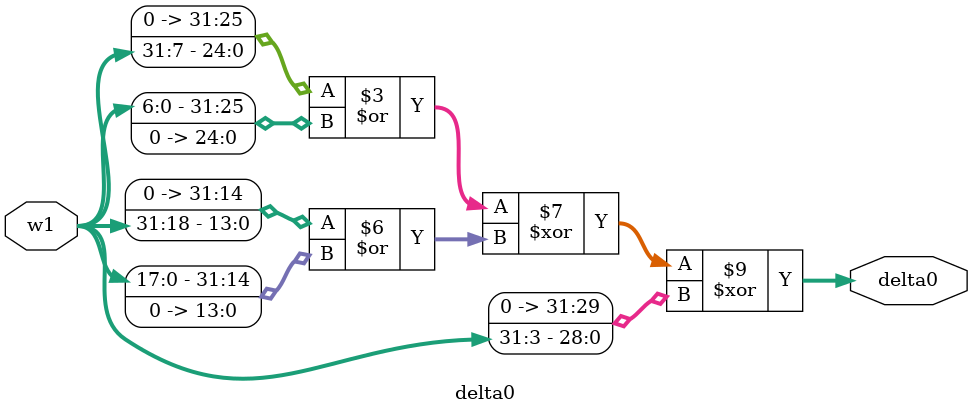
<source format=v>
module delta0 (
    input  wire [31:0] w1,    // Input 32-bit word
    output wire [31:0] delta0 // Output of σ0
);

    // Compute σ0 directly
    assign delta0 = ((w1 >> 7) | (w1 << 25)) ^  // (w1 rightrotate 7)
                    ((w1 >> 18) | (w1 << 14)) ^ // (w1 rightrotate 18)
                    (w1 >> 3);                 // (w1 rightshift 3)

endmodule
</source>
